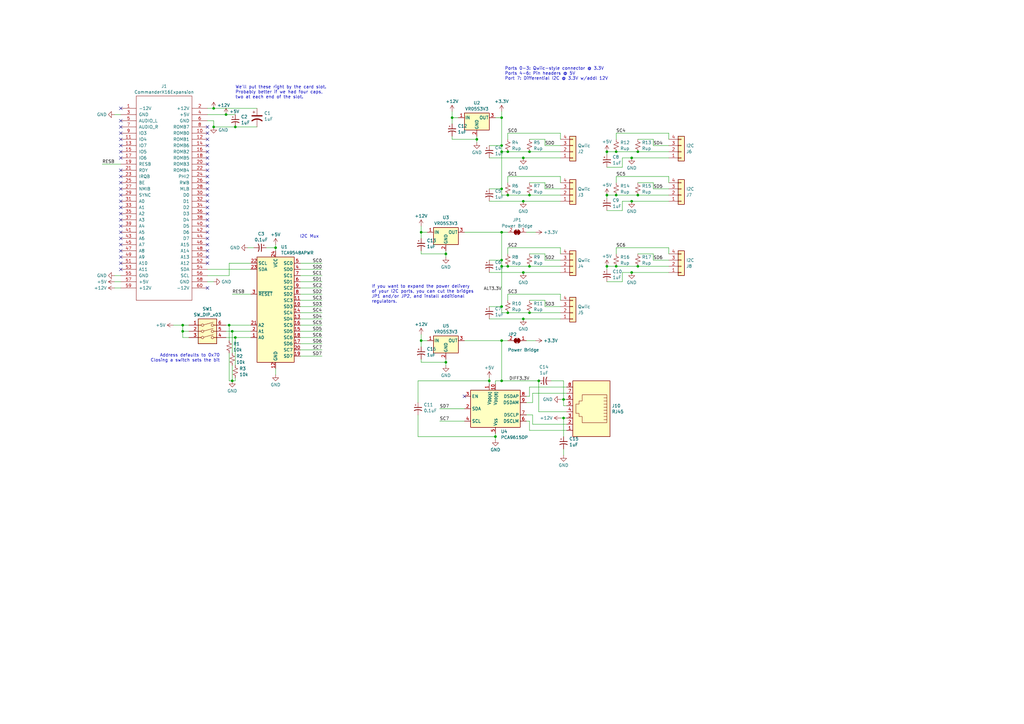
<source format=kicad_sch>
(kicad_sch (version 20230121) (generator eeschema)
  (paper "A3")
  (lib_symbols
    (symbol "CommanderX16Expansion:CommanderX16Expansion" (pin_names (offset 1.016))
      (property "Reference" "J" (at 0 -2.54 0))
      (property "Value" "CommanderX16Expansion" (at 0 2.54 0))
      (symbol "CommanderX16Expansion_1_1"
        (pin power_in line (at -17.78 36.83 0) (length 6.35) (name "-12V") (number "1"))
        (pin input line (at 17.78 26.67 180) (length 6.35) (name "ROMB0") (number "10"))
        (pin input line (at -17.78 24.13 0) (length 6.35) (name "IO4") (number "11"))
        (pin input line (at 17.78 24.13 180) (length 6.35) (name "ROMB1") (number "12"))
        (pin input line (at -17.78 21.59 0) (length 6.35) (name "IO7") (number "13"))
        (pin input line (at 17.78 21.59 180) (length 6.35) (name "ROMB6") (number "14"))
        (pin input line (at -17.78 19.05 0) (length 6.35) (name "IO5") (number "15"))
        (pin input line (at 17.78 19.05 180) (length 6.35) (name "ROMB2") (number "16"))
        (pin input line (at -17.78 16.51 0) (length 6.35) (name "IO6") (number "17"))
        (pin input line (at 17.78 16.51 180) (length 6.35) (name "ROMB5") (number "18"))
        (pin input line (at -17.78 13.97 0) (length 6.35) (name "RESB") (number "19"))
        (pin power_in line (at 17.78 36.83 180) (length 6.35) (name "+12V") (number "2"))
        (pin input line (at 17.78 13.97 180) (length 6.35) (name "ROMB3") (number "20"))
        (pin output line (at -17.78 11.43 0) (length 6.35) (name "RDY") (number "21"))
        (pin input line (at 17.78 11.43 180) (length 6.35) (name "ROMB4") (number "22"))
        (pin output line (at -17.78 8.89 0) (length 6.35) (name "IRQB") (number "23"))
        (pin input line (at 17.78 8.89 180) (length 6.35) (name "PHI2") (number "24"))
        (pin output line (at -17.78 6.35 0) (length 6.35) (name "BE") (number "25"))
        (pin input line (at 17.78 6.35 180) (length 6.35) (name "RWB") (number "26"))
        (pin output line (at -17.78 3.81 0) (length 6.35) (name "NMIB") (number "27"))
        (pin output line (at 17.78 3.81 180) (length 6.35) (name "MLB") (number "28"))
        (pin input line (at -17.78 1.27 0) (length 6.35) (name "SYNC") (number "29"))
        (pin power_in line (at -17.78 34.29 0) (length 6.35) (name "GND") (number "3"))
        (pin bidirectional line (at 17.78 1.27 180) (length 6.35) (name "D0") (number "30"))
        (pin input line (at -17.78 -1.27 0) (length 6.35) (name "A0") (number "31"))
        (pin bidirectional line (at 17.78 -1.27 180) (length 6.35) (name "D1") (number "32"))
        (pin input line (at -17.78 -3.81 0) (length 6.35) (name "A1") (number "33"))
        (pin bidirectional line (at 17.78 -3.81 180) (length 6.35) (name "D2") (number "34"))
        (pin input line (at -17.78 -6.35 0) (length 6.35) (name "A2") (number "35"))
        (pin bidirectional line (at 17.78 -6.35 180) (length 6.35) (name "D3") (number "36"))
        (pin input line (at -17.78 -8.89 0) (length 6.35) (name "A3") (number "37"))
        (pin bidirectional line (at 17.78 -8.89 180) (length 6.35) (name "D4") (number "38"))
        (pin input line (at -17.78 -11.43 0) (length 6.35) (name "A4") (number "39"))
        (pin power_in line (at 17.78 34.29 180) (length 6.35) (name "+5V") (number "4"))
        (pin bidirectional line (at 17.78 -11.43 180) (length 6.35) (name "D5") (number "40"))
        (pin input line (at -17.78 -13.97 0) (length 6.35) (name "A5") (number "41"))
        (pin bidirectional line (at 17.78 -13.97 180) (length 6.35) (name "D6") (number "42"))
        (pin input line (at -17.78 -16.51 0) (length 6.35) (name "A6") (number "43"))
        (pin bidirectional line (at 17.78 -16.51 180) (length 6.35) (name "D7") (number "44"))
        (pin input line (at -17.78 -19.05 0) (length 6.35) (name "A7") (number "45"))
        (pin input line (at 17.78 -19.05 180) (length 6.35) (name "A15") (number "46"))
        (pin input line (at -17.78 -21.59 0) (length 6.35) (name "A8") (number "47"))
        (pin input line (at 17.78 -21.59 180) (length 6.35) (name "A14") (number "48"))
        (pin input line (at -17.78 -24.13 0) (length 6.35) (name "A9") (number "49"))
        (pin bidirectional line (at -17.78 31.75 0) (length 6.35) (name "AUDIO_L") (number "5"))
        (pin input line (at 17.78 -24.13 180) (length 6.35) (name "A13") (number "50"))
        (pin input line (at -17.78 -26.67 0) (length 6.35) (name "A10") (number "51"))
        (pin input line (at 17.78 -26.67 180) (length 6.35) (name "A12") (number "52"))
        (pin input line (at -17.78 -29.21 0) (length 6.35) (name "A11") (number "53"))
        (pin bidirectional line (at 17.78 -29.21 180) (length 6.35) (name "SDA") (number "54"))
        (pin power_in line (at -17.78 -31.75 0) (length 6.35) (name "GND") (number "55"))
        (pin input line (at 17.78 -31.75 180) (length 6.35) (name "SCL") (number "56"))
        (pin power_in line (at -17.78 -34.29 0) (length 6.35) (name "+5V") (number "57"))
        (pin power_in line (at 17.78 -34.29 180) (length 6.35) (name "GND") (number "58"))
        (pin power_in line (at -17.78 -36.83 0) (length 6.35) (name "+12V") (number "59"))
        (pin power_in line (at 17.78 31.75 180) (length 6.35) (name "GND") (number "6"))
        (pin power_in line (at 17.78 -36.83 180) (length 6.35) (name "-12V") (number "60"))
        (pin bidirectional line (at -17.78 29.21 0) (length 6.35) (name "AUDIO_R") (number "7"))
        (pin input line (at 17.78 29.21 180) (length 6.35) (name "ROMB7") (number "8"))
        (pin input line (at -17.78 26.67 0) (length 6.35) (name "IO3") (number "9"))
      )
    )
    (symbol "Connector:RJ45" (pin_names (offset 1.016))
      (property "Reference" "J" (at -5.08 13.97 0))
      (property "Value" "RJ45" (at 2.54 13.97 0))
      (symbol "RJ45_1_1"
        (pin passive line (at 10.16 -7.62 180) (length 2.54) (name "~") (number "1"))
        (pin passive line (at 10.16 -5.08 180) (length 2.54) (name "~") (number "2"))
        (pin passive line (at 10.16 -2.54 180) (length 2.54) (name "~") (number "3"))
        (pin passive line (at 10.16 0 180) (length 2.54) (name "~") (number "4"))
        (pin passive line (at 10.16 2.54 180) (length 2.54) (name "~") (number "5"))
        (pin passive line (at 10.16 5.08 180) (length 2.54) (name "~") (number "6"))
        (pin passive line (at 10.16 7.62 180) (length 2.54) (name "~") (number "7"))
        (pin passive line (at 10.16 10.16 180) (length 2.54) (name "~") (number "8"))
      )
    )
    (symbol "Connector_Generic:Conn_01x04" (pin_names (offset 1.016) hide)
      (property "Reference" "J" (at 0 5.08 0))
      (property "Value" "Conn_01x04" (at 0 -7.62 0))
      (symbol "Conn_01x04_1_1"
        (pin passive line (at -5.08 2.54 0) (length 3.81) (name "Pin_1") (number "1"))
        (pin passive line (at -5.08 0 0) (length 3.81) (name "Pin_2") (number "2"))
        (pin passive line (at -5.08 -2.54 0) (length 3.81) (name "Pin_3") (number "3"))
        (pin passive line (at -5.08 -5.08 0) (length 3.81) (name "Pin_4") (number "4"))
      )
    )
    (symbol "Device:C_Polarized_Small_US" (pin_numbers hide) (pin_names (offset 0.254) hide)
      (property "Reference" "C" (at 0.254 1.778 0))
      (property "Value" "C_Polarized_Small_US" (at 0.254 -2.032 0))
      (symbol "C_Polarized_Small_US_1_1"
        (pin passive line (at 0 2.54 270) (length 2.032) (name "~") (number "1"))
        (pin passive line (at 0 -2.54 90) (length 2.032) (name "~") (number "2"))
      )
    )
    (symbol "Device:C_Polarized_US" (pin_numbers hide) (pin_names (offset 0.254) hide)
      (property "Reference" "C" (at 0.635 2.54 0))
      (property "Value" "C_Polarized_US" (at 0.635 -2.54 0))
      (symbol "C_Polarized_US_1_1"
        (pin passive line (at 0 3.81 270) (length 2.794) (name "~") (number "1"))
        (pin passive line (at 0 -3.81 90) (length 3.302) (name "~") (number "2"))
      )
    )
    (symbol "Device:R_Small_US" (pin_numbers hide) (pin_names (offset 0.254) hide)
      (property "Reference" "R" (at 0.762 0.508 0))
      (property "Value" "R_Small_US" (at 0.762 -1.016 0))
      (symbol "R_Small_US_1_1"
        (pin passive line (at 0 2.54 270) (length 1.016) (name "~") (number "1"))
        (pin passive line (at 0 -2.54 90) (length 1.016) (name "~") (number "2"))
      )
    )
    (symbol "Interface:PCA9615DP"
      (property "Reference" "U" (at -10.16 8.89 0))
      (property "Value" "PCA9615DP" (at 1.27 8.89 0))
      (symbol "PCA9615DP_1_1"
        (pin power_in line (at -2.54 10.16 270) (length 2.54) (name "V_{DD(A)}") (number "1"))
        (pin power_in line (at 0 10.16 270) (length 2.54) (name "V_{DD(B)}") (number "10"))
        (pin bidirectional line (at -12.7 0 0) (length 2.54) (name "SDA") (number "2"))
        (pin input line (at -12.7 5.08 0) (length 2.54) (name "EN") (number "3"))
        (pin bidirectional line (at -12.7 -5.08 0) (length 2.54) (name "SCL") (number "4"))
        (pin power_in line (at 0 -10.16 90) (length 2.54) (name "V_{SS}") (number "5"))
        (pin bidirectional line (at 12.7 -5.08 180) (length 2.54) (name "DSCLM") (number "6"))
        (pin bidirectional line (at 12.7 -2.54 180) (length 2.54) (name "DSCLP") (number "7"))
        (pin bidirectional line (at 12.7 5.08 180) (length 2.54) (name "DSDAP") (number "8"))
        (pin bidirectional line (at 12.7 2.54 180) (length 2.54) (name "DSDAM") (number "9"))
      )
    )
    (symbol "Interface_Expansion:TCA9548APWR"
      (property "Reference" "U" (at -7.62 21.59 0))
      (property "Value" "TCA9548APWR" (at 1.016 21.59 0))
      (symbol "TCA9548APWR_1_1"
        (pin input line (at -10.16 -12.7 0) (length 2.54) (name "A0") (number "1"))
        (pin bidirectional line (at 10.16 0 180) (length 2.54) (name "SD3") (number "10"))
        (pin output line (at 10.16 2.54 180) (length 2.54) (name "SC3") (number "11"))
        (pin power_in line (at 0 -25.4 90) (length 2.54) (name "GND") (number "12"))
        (pin bidirectional line (at 10.16 -5.08 180) (length 2.54) (name "SD4") (number "13"))
        (pin output line (at 10.16 -2.54 180) (length 2.54) (name "SC4") (number "14"))
        (pin bidirectional line (at 10.16 -10.16 180) (length 2.54) (name "SD5") (number "15"))
        (pin output line (at 10.16 -7.62 180) (length 2.54) (name "SC5") (number "16"))
        (pin bidirectional line (at 10.16 -15.24 180) (length 2.54) (name "SD6") (number "17"))
        (pin output line (at 10.16 -12.7 180) (length 2.54) (name "SC6") (number "18"))
        (pin bidirectional line (at 10.16 -20.32 180) (length 2.54) (name "SD7") (number "19"))
        (pin input line (at -10.16 -10.16 0) (length 2.54) (name "A1") (number "2"))
        (pin output line (at 10.16 -17.78 180) (length 2.54) (name "SC7") (number "20"))
        (pin input line (at -10.16 -7.62 0) (length 2.54) (name "A2") (number "21"))
        (pin input line (at -10.16 17.78 0) (length 2.54) (name "SCL") (number "22"))
        (pin bidirectional line (at -10.16 15.24 0) (length 2.54) (name "SDA") (number "23"))
        (pin power_in line (at 0 22.86 270) (length 2.54) (name "VCC") (number "24"))
        (pin input line (at -10.16 5.08 0) (length 2.54) (name "~{RESET}") (number "3"))
        (pin bidirectional line (at 10.16 15.24 180) (length 2.54) (name "SD0") (number "4"))
        (pin output line (at 10.16 17.78 180) (length 2.54) (name "SC0") (number "5"))
        (pin bidirectional line (at 10.16 10.16 180) (length 2.54) (name "SD1") (number "6"))
        (pin output line (at 10.16 12.7 180) (length 2.54) (name "SC1") (number "7"))
        (pin bidirectional line (at 10.16 5.08 180) (length 2.54) (name "SD2") (number "8"))
        (pin output line (at 10.16 7.62 180) (length 2.54) (name "SC2") (number "9"))
      )
    )
    (symbol "Jumper:SolderJumper_2_Bridged" (pin_names (offset 0) hide)
      (property "Reference" "JP" (at 0 2.032 0))
      (property "Value" "SolderJumper_2_Bridged" (at 0 -2.54 0))
      (symbol "SolderJumper_2_Bridged_1_1"
        (pin passive line (at -3.81 0 0) (length 2.54) (name "A") (number "1"))
        (pin passive line (at 3.81 0 180) (length 2.54) (name "B") (number "2"))
      )
    )
    (symbol "Regulator_Linear:L7805" (pin_names (offset 0.254))
      (property "Reference" "U" (at -3.81 3.175 0))
      (property "Value" "L7805" (at 0 3.175 0))
      (symbol "L7805_1_1"
        (pin power_in line (at -7.62 0 0) (length 2.54) (name "IN") (number "1"))
        (pin power_in line (at 0 -7.62 90) (length 2.54) (name "GND") (number "2"))
        (pin power_out line (at 7.62 0 180) (length 2.54) (name "OUT") (number "3"))
      )
    )
    (symbol "Switch:SW_DIP_x03" (pin_names (offset 0) hide)
      (property "Reference" "SW" (at 0 8.89 0))
      (property "Value" "SW_DIP_x03" (at 0 -3.81 0))
      (symbol "SW_DIP_x03_1_1"
        (pin passive line (at -7.62 5.08 0) (length 5.08) (name "~") (number "1"))
        (pin passive line (at -7.62 2.54 0) (length 5.08) (name "~") (number "2"))
        (pin passive line (at -7.62 0 0) (length 5.08) (name "~") (number "3"))
        (pin passive line (at 7.62 0 180) (length 5.08) (name "~") (number "4"))
        (pin passive line (at 7.62 2.54 180) (length 5.08) (name "~") (number "5"))
        (pin passive line (at 7.62 5.08 180) (length 5.08) (name "~") (number "6"))
      )
    )
    (symbol "power:+12V" (power) (pin_names (offset 0))
      (property "Value" "+12V" (at 0 3.556 0))
      (symbol "+12V_1_1"
        (pin power_in line (at 0 0 90) (length 0) hide (name "+12V") (number "1"))
      )
    )
    (symbol "power:+3.3V" (power) (pin_names (offset 0))
      (property "Value" "+3.3V" (at 0 3.556 0))
      (symbol "+3.3V_1_1"
        (pin power_in line (at 0 0 90) (length 0) hide (name "+3.3V") (number "1"))
      )
    )
    (symbol "power:+5V" (power) (pin_names (offset 0))
      (property "Value" "+5V" (at 0 3.556 0))
      (symbol "+5V_1_1"
        (pin power_in line (at 0 0 90) (length 0) hide (name "+5V") (number "1"))
      )
    )
    (symbol "power:GND" (power) (pin_names (offset 0))
      (property "Value" "GND" (at 0 -3.81 0))
      (symbol "GND_1_1"
        (pin power_in line (at 0 0 270) (length 0) hide (name "GND") (number "1"))
      )
    )
  )
  (junction (at 259.08 82.55))
  (junction (at 261.62 109.22))
  (junction (at 87.63 44.45))
  (junction (at 172.72 139.7))
  (junction (at 205.74 95.25))
  (junction (at 261.62 80.01))
  (junction (at 205.74 59.69))
  (junction (at 95.25 156.21))
  (junction (at 248.92 62.23))
  (junction (at 259.08 64.77))
  (junction (at 200.66 156.21))
  (junction (at 185.42 48.26))
  (junction (at 208.28 128.27))
  (junction (at 203.2 179.07))
  (junction (at 214.63 64.77))
  (junction (at 231.14 163.83))
  (junction (at 205.74 77.47))
  (junction (at 172.72 95.25))
  (junction (at 259.08 111.76))
  (junction (at 208.28 109.22))
  (junction (at 205.74 106.68))
  (junction (at 182.88 148.59))
  (junction (at 252.73 109.22))
  (junction (at 248.92 109.22))
  (junction (at 93.98 133.35))
  (junction (at 252.73 62.23))
  (junction (at 214.63 111.76))
  (junction (at 205.74 139.7))
  (junction (at 231.14 171.45))
  (junction (at 248.92 80.01))
  (junction (at 205.74 48.26))
  (junction (at 205.74 156.21))
  (junction (at 113.03 101.6))
  (junction (at 208.28 80.01))
  (junction (at 205.74 125.73))
  (junction (at 261.62 62.23))
  (junction (at 96.52 52.07))
  (junction (at 208.28 62.23))
  (junction (at 252.73 80.01))
  (junction (at 195.58 57.15))
  (junction (at 205.74 109.22))
  (junction (at 74.93 133.35))
  (junction (at 87.63 52.07))
  (junction (at 217.17 80.01))
  (junction (at 74.93 135.89))
  (junction (at 217.17 62.23))
  (junction (at 95.25 135.89))
  (junction (at 182.88 104.14))
  (junction (at 214.63 130.81))
  (junction (at 220.98 156.21))
  (junction (at 96.52 138.43))
  (junction (at 217.17 109.22))
  (junction (at 217.17 128.27))
  (junction (at 214.63 82.55))
  (junction (at 205.74 62.23))
  (junction (at 92.71 46.99))
  (no_connect (at 49.53 100.33))
  (no_connect (at 49.53 72.39))
  (no_connect (at 49.53 102.87))
  (no_connect (at 49.53 74.93))
  (no_connect (at 85.09 67.31))
  (no_connect (at 85.09 87.63))
  (no_connect (at 85.09 102.87))
  (no_connect (at 85.09 85.09))
  (no_connect (at 49.53 107.95))
  (no_connect (at 49.53 82.55))
  (no_connect (at 85.09 82.55))
  (no_connect (at 49.53 110.49))
  (no_connect (at 85.09 57.15))
  (no_connect (at 49.53 62.23))
  (no_connect (at 85.09 107.95))
  (no_connect (at 85.09 92.71))
  (no_connect (at 49.53 87.63))
  (no_connect (at 49.53 85.09))
  (no_connect (at 49.53 52.07))
  (no_connect (at 85.09 95.25))
  (no_connect (at 85.09 100.33))
  (no_connect (at 190.5 162.56))
  (no_connect (at 85.09 118.11))
  (no_connect (at 49.53 80.01))
  (no_connect (at 49.53 97.79))
  (no_connect (at 85.09 64.77))
  (no_connect (at 49.53 92.71))
  (no_connect (at 85.09 97.79))
  (no_connect (at 49.53 44.45))
  (no_connect (at 85.09 74.93))
  (no_connect (at 85.09 69.85))
  (no_connect (at 85.09 59.69))
  (no_connect (at 49.53 90.17))
  (no_connect (at 85.09 90.17))
  (no_connect (at 49.53 105.41))
  (no_connect (at 85.09 52.07))
  (no_connect (at 85.09 72.39))
  (no_connect (at 49.53 49.53))
  (no_connect (at 85.09 77.47))
  (no_connect (at 49.53 64.77))
  (no_connect (at 49.53 59.69))
  (no_connect (at 49.53 95.25))
  (no_connect (at 85.09 62.23))
  (no_connect (at 85.09 105.41))
  (no_connect (at 85.09 54.61))
  (no_connect (at 49.53 57.15))
  (no_connect (at 49.53 69.85))
  (no_connect (at 49.53 77.47))
  (no_connect (at 85.09 80.01))
  (no_connect (at 49.53 54.61))
  (wire (pts (xy 113.03 151.13) (xy 113.03 153.67)))
  (wire (pts (xy 123.19 113.03) (xy 132.08 113.03)))
  (wire (pts (xy 205.74 106.68) (xy 205.74 109.22)))
  (wire (pts (xy 217.17 109.22) (xy 229.87 109.22)))
  (wire (pts (xy 261.62 74.93) (xy 267.97 74.93)))
  (wire (pts (xy 96.52 156.21) (xy 95.25 156.21)))
  (wire (pts (xy 123.19 143.51) (xy 132.08 143.51)))
  (wire (pts (xy 95.25 149.86) (xy 95.25 156.21)))
  (wire (pts (xy 85.09 113.03) (xy 93.98 113.03)))
  (wire (pts (xy 205.74 128.27) (xy 208.28 128.27)))
  (wire (pts (xy 200.66 64.77) (xy 214.63 64.77)))
  (wire (pts (xy 274.32 72.39) (xy 274.32 74.93)))
  (wire (pts (xy 171.45 179.07) (xy 203.2 179.07)))
  (wire (pts (xy 93.98 133.35) (xy 102.87 133.35)))
  (wire (pts (xy 208.28 101.6) (xy 208.28 104.14)))
  (wire (pts (xy 200.66 59.69) (xy 205.74 59.69)))
  (wire (pts (xy 74.93 138.43) (xy 77.47 138.43)))
  (wire (pts (xy 259.08 82.55) (xy 274.32 82.55)))
  (wire (pts (xy 223.52 123.19) (xy 223.52 125.73)))
  (wire (pts (xy 231.14 156.21) (xy 226.06 156.21)))
  (wire (pts (xy 252.73 101.6) (xy 252.73 104.14)))
  (wire (pts (xy 261.62 109.22) (xy 274.32 109.22)))
  (wire (pts (xy 195.58 55.88) (xy 195.58 57.15)))
  (wire (pts (xy 223.52 57.15) (xy 223.52 59.69)))
  (wire (pts (xy 185.42 48.26) (xy 185.42 50.8)))
  (wire (pts (xy 74.93 133.35) (xy 74.93 135.89)))
  (wire (pts (xy 205.74 62.23) (xy 208.28 62.23)))
  (wire (pts (xy 200.66 106.68) (xy 205.74 106.68)))
  (wire (pts (xy 218.44 161.29) (xy 232.41 161.29)))
  (wire (pts (xy 214.63 82.55) (xy 229.87 82.55)))
  (wire (pts (xy 96.52 154.94) (xy 96.52 156.21)))
  (wire (pts (xy 87.63 52.07) (xy 96.52 52.07)))
  (wire (pts (xy 217.17 104.14) (xy 223.52 104.14)))
  (wire (pts (xy 205.74 139.7) (xy 208.28 139.7)))
  (wire (pts (xy 252.73 54.61) (xy 274.32 54.61)))
  (wire (pts (xy 267.97 104.14) (xy 267.97 106.68)))
  (wire (pts (xy 93.98 144.78) (xy 93.98 156.21)))
  (wire (pts (xy 49.53 118.11) (xy 46.99 118.11)))
  (wire (pts (xy 248.92 109.22) (xy 252.73 109.22)))
  (wire (pts (xy 214.63 64.77) (xy 229.87 64.77)))
  (wire (pts (xy 231.14 171.45) (xy 231.14 179.07)))
  (wire (pts (xy 248.92 62.23) (xy 252.73 62.23)))
  (wire (pts (xy 123.19 128.27) (xy 132.08 128.27)))
  (wire (pts (xy 123.19 135.89) (xy 132.08 135.89)))
  (wire (pts (xy 123.19 140.97) (xy 132.08 140.97)))
  (wire (pts (xy 248.92 80.01) (xy 252.73 80.01)))
  (wire (pts (xy 185.42 57.15) (xy 195.58 57.15)))
  (wire (pts (xy 85.09 46.99) (xy 92.71 46.99)))
  (wire (pts (xy 185.42 48.26) (xy 187.96 48.26)))
  (wire (pts (xy 200.66 77.47) (xy 205.74 77.47)))
  (wire (pts (xy 231.14 163.83) (xy 232.41 163.83)))
  (wire (pts (xy 205.74 48.26) (xy 205.74 45.72)))
  (wire (pts (xy 267.97 57.15) (xy 267.97 59.69)))
  (wire (pts (xy 190.5 139.7) (xy 205.74 139.7)))
  (wire (pts (xy 205.74 109.22) (xy 208.28 109.22)))
  (wire (pts (xy 217.17 74.93) (xy 223.52 74.93)))
  (wire (pts (xy 74.93 133.35) (xy 77.47 133.35)))
  (wire (pts (xy 200.66 82.55) (xy 214.63 82.55)))
  (wire (pts (xy 123.19 146.05) (xy 132.08 146.05)))
  (wire (pts (xy 223.52 74.93) (xy 223.52 77.47)))
  (wire (pts (xy 85.09 44.45) (xy 87.63 44.45)))
  (wire (pts (xy 180.34 172.72) (xy 190.5 172.72)))
  (wire (pts (xy 208.28 54.61) (xy 208.28 57.15)))
  (wire (pts (xy 217.17 158.75) (xy 232.41 158.75)))
  (wire (pts (xy 267.97 59.69) (xy 274.32 59.69)))
  (wire (pts (xy 200.66 154.94) (xy 200.66 156.21)))
  (wire (pts (xy 223.52 77.47) (xy 229.87 77.47)))
  (wire (pts (xy 229.87 54.61) (xy 229.87 57.15)))
  (wire (pts (xy 248.92 115.57) (xy 255.27 115.57)))
  (wire (pts (xy 208.28 80.01) (xy 217.17 80.01)))
  (wire (pts (xy 229.87 163.83) (xy 231.14 163.83)))
  (wire (pts (xy 255.27 64.77) (xy 259.08 64.77)))
  (wire (pts (xy 261.62 57.15) (xy 267.97 57.15)))
  (wire (pts (xy 74.93 135.89) (xy 74.93 138.43)))
  (wire (pts (xy 180.34 167.64) (xy 190.5 167.64)))
  (wire (pts (xy 261.62 80.01) (xy 274.32 80.01)))
  (wire (pts (xy 171.45 170.18) (xy 171.45 179.07)))
  (wire (pts (xy 205.74 59.69) (xy 205.74 62.23)))
  (wire (pts (xy 203.2 177.8) (xy 203.2 179.07)))
  (wire (pts (xy 214.63 111.76) (xy 229.87 111.76)))
  (wire (pts (xy 205.74 125.73) (xy 205.74 128.27)))
  (wire (pts (xy 215.9 162.56) (xy 217.17 162.56)))
  (wire (pts (xy 87.63 49.53) (xy 87.63 52.07)))
  (wire (pts (xy 267.97 77.47) (xy 274.32 77.47)))
  (wire (pts (xy 231.14 163.83) (xy 231.14 156.21)))
  (wire (pts (xy 217.17 176.53) (xy 232.41 176.53)))
  (wire (pts (xy 252.73 72.39) (xy 252.73 74.93)))
  (wire (pts (xy 231.14 184.15) (xy 231.14 186.69)))
  (wire (pts (xy 182.88 104.14) (xy 182.88 105.41)))
  (wire (pts (xy 123.19 120.65) (xy 132.08 120.65)))
  (wire (pts (xy 274.32 54.61) (xy 274.32 57.15)))
  (wire (pts (xy 102.87 107.95) (xy 93.98 107.95)))
  (wire (pts (xy 259.08 111.76) (xy 274.32 111.76)))
  (wire (pts (xy 101.6 101.6) (xy 104.14 101.6)))
  (wire (pts (xy 223.52 104.14) (xy 223.52 106.68)))
  (wire (pts (xy 205.74 48.26) (xy 205.74 59.69)))
  (wire (pts (xy 252.73 62.23) (xy 261.62 62.23)))
  (wire (pts (xy 218.44 173.99) (xy 232.41 173.99)))
  (wire (pts (xy 123.19 130.81) (xy 132.08 130.81)))
  (wire (pts (xy 205.74 95.25) (xy 208.28 95.25)))
  (wire (pts (xy 208.28 101.6) (xy 229.87 101.6)))
  (wire (pts (xy 123.19 115.57) (xy 132.08 115.57)))
  (wire (pts (xy 217.17 172.72) (xy 217.17 176.53)))
  (wire (pts (xy 172.72 102.87) (xy 172.72 104.14)))
  (wire (pts (xy 200.66 156.21) (xy 200.66 157.48)))
  (wire (pts (xy 172.72 92.71) (xy 172.72 95.25)))
  (wire (pts (xy 182.88 102.87) (xy 182.88 104.14)))
  (wire (pts (xy 92.71 138.43) (xy 96.52 138.43)))
  (wire (pts (xy 259.08 64.77) (xy 274.32 64.77)))
  (wire (pts (xy 205.74 109.22) (xy 205.74 125.73)))
  (wire (pts (xy 182.88 147.32) (xy 182.88 148.59)))
  (wire (pts (xy 113.03 101.6) (xy 113.03 102.87)))
  (wire (pts (xy 274.32 101.6) (xy 274.32 104.14)))
  (wire (pts (xy 171.45 156.21) (xy 171.45 165.1)))
  (wire (pts (xy 123.19 110.49) (xy 132.08 110.49)))
  (wire (pts (xy 218.44 170.18) (xy 218.44 173.99)))
  (wire (pts (xy 208.28 72.39) (xy 208.28 74.93)))
  (wire (pts (xy 215.9 172.72) (xy 217.17 172.72)))
  (wire (pts (xy 113.03 100.33) (xy 113.03 101.6)))
  (wire (pts (xy 231.14 163.83) (xy 231.14 166.37)))
  (wire (pts (xy 223.52 106.68) (xy 229.87 106.68)))
  (wire (pts (xy 96.52 138.43) (xy 102.87 138.43)))
  (wire (pts (xy 200.66 125.73) (xy 205.74 125.73)))
  (wire (pts (xy 123.19 107.95) (xy 132.08 107.95)))
  (wire (pts (xy 215.9 139.7) (xy 219.71 139.7)))
  (wire (pts (xy 223.52 125.73) (xy 229.87 125.73)))
  (wire (pts (xy 220.98 168.91) (xy 232.41 168.91)))
  (wire (pts (xy 205.74 62.23) (xy 205.74 77.47)))
  (wire (pts (xy 217.17 162.56) (xy 217.17 158.75)))
  (wire (pts (xy 248.92 80.01) (xy 248.92 81.28)))
  (wire (pts (xy 231.14 166.37) (xy 232.41 166.37)))
  (wire (pts (xy 205.74 106.68) (xy 205.74 95.25)))
  (wire (pts (xy 217.17 128.27) (xy 229.87 128.27)))
  (wire (pts (xy 123.19 138.43) (xy 132.08 138.43)))
  (wire (pts (xy 229.87 120.65) (xy 229.87 123.19)))
  (wire (pts (xy 252.73 109.22) (xy 261.62 109.22)))
  (wire (pts (xy 217.17 57.15) (xy 223.52 57.15)))
  (wire (pts (xy 261.62 62.23) (xy 274.32 62.23)))
  (wire (pts (xy 172.72 95.25) (xy 172.72 97.79)))
  (wire (pts (xy 95.25 135.89) (xy 95.25 144.78)))
  (wire (pts (xy 185.42 45.72) (xy 185.42 48.26)))
  (wire (pts (xy 95.25 135.89) (xy 102.87 135.89)))
  (wire (pts (xy 208.28 120.65) (xy 208.28 123.19)))
  (wire (pts (xy 208.28 54.61) (xy 229.87 54.61)))
  (wire (pts (xy 205.74 80.01) (xy 208.28 80.01)))
  (wire (pts (xy 93.98 133.35) (xy 93.98 139.7)))
  (wire (pts (xy 96.52 138.43) (xy 96.52 149.86)))
  (wire (pts (xy 46.99 46.99) (xy 49.53 46.99)))
  (wire (pts (xy 85.09 110.49) (xy 102.87 110.49)))
  (wire (pts (xy 95.25 120.65) (xy 102.87 120.65)))
  (wire (pts (xy 172.72 104.14) (xy 182.88 104.14)))
  (wire (pts (xy 92.71 135.89) (xy 95.25 135.89)))
  (wire (pts (xy 217.17 62.23) (xy 229.87 62.23)))
  (wire (pts (xy 208.28 72.39) (xy 229.87 72.39)))
  (wire (pts (xy 95.25 156.21) (xy 93.98 156.21)))
  (wire (pts (xy 85.09 49.53) (xy 87.63 49.53)))
  (wire (pts (xy 200.66 130.81) (xy 214.63 130.81)))
  (wire (pts (xy 208.28 109.22) (xy 217.17 109.22)))
  (wire (pts (xy 252.73 54.61) (xy 252.73 57.15)))
  (wire (pts (xy 172.72 137.16) (xy 172.72 139.7)))
  (wire (pts (xy 205.74 156.21) (xy 220.98 156.21)))
  (wire (pts (xy 267.97 106.68) (xy 274.32 106.68)))
  (wire (pts (xy 218.44 165.1) (xy 218.44 161.29)))
  (wire (pts (xy 255.27 86.36) (xy 255.27 82.55)))
  (wire (pts (xy 92.71 46.99) (xy 96.52 46.99)))
  (wire (pts (xy 71.12 133.35) (xy 74.93 133.35)))
  (wire (pts (xy 182.88 148.59) (xy 182.88 149.86)))
  (wire (pts (xy 229.87 171.45) (xy 231.14 171.45)))
  (wire (pts (xy 217.17 80.01) (xy 229.87 80.01)))
  (wire (pts (xy 74.93 135.89) (xy 77.47 135.89)))
  (wire (pts (xy 215.9 165.1) (xy 218.44 165.1)))
  (wire (pts (xy 255.27 68.58) (xy 255.27 64.77)))
  (wire (pts (xy 46.99 113.03) (xy 49.53 113.03)))
  (wire (pts (xy 96.52 52.07) (xy 105.41 52.07)))
  (wire (pts (xy 123.19 133.35) (xy 132.08 133.35)))
  (wire (pts (xy 172.72 148.59) (xy 182.88 148.59)))
  (wire (pts (xy 215.9 170.18) (xy 218.44 170.18)))
  (wire (pts (xy 205.74 139.7) (xy 205.74 156.21)))
  (wire (pts (xy 208.28 120.65) (xy 229.87 120.65)))
  (wire (pts (xy 200.66 111.76) (xy 214.63 111.76)))
  (wire (pts (xy 208.28 62.23) (xy 217.17 62.23)))
  (wire (pts (xy 255.27 115.57) (xy 255.27 111.76)))
  (wire (pts (xy 214.63 130.81) (xy 229.87 130.81)))
  (wire (pts (xy 229.87 72.39) (xy 229.87 74.93)))
  (wire (pts (xy 92.71 133.35) (xy 93.98 133.35)))
  (wire (pts (xy 123.19 125.73) (xy 132.08 125.73)))
  (wire (pts (xy 172.72 147.32) (xy 172.72 148.59)))
  (wire (pts (xy 203.2 179.07) (xy 203.2 180.34)))
  (wire (pts (xy 200.66 156.21) (xy 171.45 156.21)))
  (wire (pts (xy 172.72 139.7) (xy 172.72 142.24)))
  (wire (pts (xy 203.2 157.48) (xy 203.2 156.21)))
  (wire (pts (xy 248.92 86.36) (xy 255.27 86.36)))
  (wire (pts (xy 41.91 67.31) (xy 49.53 67.31)))
  (wire (pts (xy 217.17 123.19) (xy 223.52 123.19)))
  (wire (pts (xy 172.72 95.25) (xy 175.26 95.25)))
  (wire (pts (xy 267.97 74.93) (xy 267.97 77.47)))
  (wire (pts (xy 93.98 107.95) (xy 93.98 113.03)))
  (wire (pts (xy 223.52 59.69) (xy 229.87 59.69)))
  (wire (pts (xy 248.92 109.22) (xy 248.92 110.49)))
  (wire (pts (xy 109.22 101.6) (xy 113.03 101.6)))
  (wire (pts (xy 190.5 95.25) (xy 205.74 95.25)))
  (wire (pts (xy 123.19 118.11) (xy 132.08 118.11)))
  (wire (pts (xy 46.99 115.57) (xy 49.53 115.57)))
  (wire (pts (xy 229.87 101.6) (xy 229.87 104.14)))
  (wire (pts (xy 255.27 111.76) (xy 259.08 111.76)))
  (wire (pts (xy 195.58 57.15) (xy 195.58 58.42)))
  (wire (pts (xy 85.09 115.57) (xy 87.63 115.57)))
  (wire (pts (xy 255.27 82.55) (xy 259.08 82.55)))
  (wire (pts (xy 203.2 156.21) (xy 205.74 156.21)))
  (wire (pts (xy 248.92 68.58) (xy 255.27 68.58)))
  (wire (pts (xy 261.62 104.14) (xy 267.97 104.14)))
  (wire (pts (xy 248.92 62.23) (xy 248.92 63.5)))
  (wire (pts (xy 231.14 171.45) (xy 232.41 171.45)))
  (wire (pts (xy 252.73 72.39) (xy 274.32 72.39)))
  (wire (pts (xy 220.98 168.91) (xy 220.98 156.21)))
  (wire (pts (xy 205.74 77.47) (xy 205.74 80.01)))
  (wire (pts (xy 185.42 55.88) (xy 185.42 57.15)))
  (wire (pts (xy 123.19 123.19) (xy 132.08 123.19)))
  (wire (pts (xy 208.28 128.27) (xy 217.17 128.27)))
  (wire (pts (xy 252.73 101.6) (xy 274.32 101.6)))
  (wire (pts (xy 215.9 95.25) (xy 219.71 95.25)))
  (wire (pts (xy 252.73 80.01) (xy 261.62 80.01)))
  (wire (pts (xy 203.2 48.26) (xy 205.74 48.26)))
  (wire (pts (xy 172.72 139.7) (xy 175.26 139.7)))
  (wire (pts (xy 87.63 44.45) (xy 105.41 44.45)))
  (text "We'll put these right by the card slot.\nProbably better if we had four caps,\ntwo at each end of the slot." (at 96.52 40.64 0) (effects (font (size 1.27 1.27)) (justify left bottom)))
  (text "Ports 0-3: Qwiic-style connector @ 3.3V\nPorts 4-6: Pin headers @ 5V\nPort 7: Differential I2C @ 3.3V w/addl 12V" (at 207.01 33.02 0) (effects (font (size 1.27 1.27)) (justify left bottom)))
  (text "If you want to expand the power delivery\nof your I2C ports, you can cut the bridges\nJP1 and/or JP2, and install additional\nregulators." (at 152.4 124.46 0) (effects (font (size 1.27 1.27)) (justify left bottom)))
  (text "I2C Mux" (at 130.81 97.79 0) (effects (font (size 1.27 1.27)) (justify right bottom)))
  (text "Address defaults to 0x70\nClosing a switch sets the bit" (at 90.17 148.59 0) (effects (font (size 1.27 1.27)) (justify right bottom)))
  (label "SD5" (at 132.08 135.89 180))
  (label "SD4" (at 267.97 59.69 0))
  (label "SC0" (at 132.08 107.95 180))
  (label "SC5" (at 132.08 133.35 180))
  (label "SC2" (at 132.08 118.11 180))
  (label "SC3" (at 208.28 120.65 0))
  (label "SD2" (at 223.52 106.68 0))
  (label "RESB" (at 95.25 120.65 0))
  (label "SD3" (at 132.08 125.73 180))
  (label "SC7" (at 132.08 143.51 180))
  (label "SC2" (at 208.28 101.6 0))
  (label "SD1" (at 132.08 115.57 180))
  (label "SC3" (at 132.08 123.19 180))
  (label "SD1" (at 223.52 77.47 0))
  (label "SD5" (at 267.97 77.47 0))
  (label "SC0" (at 208.28 54.61 0))
  (label "SD7" (at 132.08 146.05 180))
  (label "SD6" (at 267.97 106.68 0))
  (label "SC4" (at 132.08 128.27 180))
  (label "ALT3.3V" (at 205.74 119.38 180))
  (label "SD6" (at 132.08 140.97 180))
  (label "SD4" (at 132.08 130.81 180))
  (label "SD3" (at 223.52 125.73 0))
  (label "RESB" (at 41.91 67.31 0))
  (label "SC6" (at 132.08 138.43 180))
  (label "SC6" (at 252.73 101.6 0))
  (label "SD7" (at 180.34 167.64 0))
  (label "SC7" (at 180.34 172.72 0))
  (label "SD2" (at 132.08 120.65 180))
  (label "SC5" (at 252.73 72.39 0))
  (label "DIFF3.3V" (at 217.17 156.21 180))
  (label "SD0" (at 132.08 110.49 180))
  (label "SC4" (at 252.73 54.61 0))
  (label "SC1" (at 208.28 72.39 0))
  (label "SC1" (at 132.08 113.03 180))
  (label "SD0" (at 223.52 59.69 0))
  (symbol (lib_id "Device:C_Polarized_Small_US") (at 223.52 156.21 90) (unit 1)
    (property "Reference" "C14" (at 223.0882 150.5163 90))
    (property "Value" "1uF" (at 223.0882 152.9405 90))
    (property "Footprint" "Capacitor_SMD:C_0805_2012Metric" (effects hide))
  )
  (symbol (lib_id "Device:C_Polarized_Small_US") (at 200.66 62.23 0) (unit 1)
    (property "Reference" "C4" (at 202.9714 60.5861 0) (effects (justify left)))
    (property "Value" "1uF" (at 202.9714 63.0103 0) (effects (justify left)))
    (property "Footprint" "Capacitor_SMD:C_0805_2012Metric" (effects hide))
  )
  (symbol (lib_id "Device:C_Polarized_Small_US") (at 200.66 128.27 0) (unit 1)
    (property "Reference" "C7" (at 202.9714 126.6261 0) (effects (justify left)))
    (property "Value" "1uF" (at 202.9714 129.0503 0) (effects (justify left)))
    (property "Footprint" "Capacitor_SMD:C_0805_2012Metric" (effects hide))
  )
  (symbol (lib_id "Device:R_Small_US") (at 208.28 125.73 0) (unit 1)
    (property "Reference" "R10" (at 209.931 124.5179 0) (effects (justify left)))
    (property "Value" "Rup" (at 209.931 126.9421 0) (effects (justify left)))
    (property "Footprint" "Resistor_SMD:R_0805_2012Metric" (effects hide))
  )
  (symbol (lib_id "power:GND") (at 259.08 111.76 0) (unit 1)
    (property "Reference" "#PWR027" (effects hide))
    (property "Value" "GND" (at 259.08 115.8931 0))
  )
  (symbol (lib_id "Device:R_Small_US") (at 208.28 59.69 0) (unit 1)
    (property "Reference" "R4" (at 209.931 58.4779 0) (effects (justify left)))
    (property "Value" "Rup" (at 209.931 60.9021 0) (effects (justify left)))
    (property "Footprint" "Resistor_SMD:R_0805_2012Metric" (effects hide))
  )
  (symbol (lib_id "power:+5V") (at 248.92 109.22 0) (unit 1)
    (property "Reference" "#PWR025" (effects hide))
    (property "Value" "+5V" (at 248.92 105.0869 0))
  )
  (symbol (lib_id "Device:C_Polarized_Small_US") (at 200.66 80.01 0) (unit 1)
    (property "Reference" "C5" (at 202.9714 78.3661 0) (effects (justify left)))
    (property "Value" "1uF" (at 202.9714 80.7903 0) (effects (justify left)))
    (property "Footprint" "Capacitor_SMD:C_0805_2012Metric" (effects hide))
  )
  (symbol (lib_id "power:GND") (at 214.63 111.76 0) (unit 1)
    (property "Reference" "#PWR015" (effects hide))
    (property "Value" "GND" (at 214.63 115.8931 0))
  )
  (symbol (lib_id "power:GND") (at 182.88 105.41 0) (unit 1)
    (property "Reference" "#PWR026" (effects hide))
    (property "Value" "GND" (at 182.88 109.5431 0))
  )
  (symbol (lib_id "Device:C_Polarized_Small_US") (at 106.68 101.6 270) (unit 1)
    (property "Reference" "C3" (at 107.1118 95.9063 90))
    (property "Value" "0.1uF" (at 107.1118 98.3305 90))
    (property "Footprint" "Capacitor_SMD:C_0805_2012Metric" (effects hide))
  )
  (symbol (lib_id "power:+12V") (at 172.72 137.16 0) (unit 1)
    (property "Reference" "#PWR032" (effects hide))
    (property "Value" "+12V" (at 172.72 133.0269 0))
  )
  (symbol (lib_id "Switch:SW_DIP_x03") (at 85.09 138.43 0) (unit 1)
    (property "Reference" "SW1" (at 85.09 126.6657 0))
    (property "Value" "SW_DIP_x03" (at 85.09 129.0899 0))
    (property "Footprint" "Package_DIP:DIP-6_W7.62mm" (effects hide))
  )
  (symbol (lib_id "power:GND") (at 101.6 101.6 270) (unit 1)
    (property "Reference" "#PWR030" (effects hide))
    (property "Value" "GND" (at 98.4251 101.6 90) (effects (justify right)))
  )
  (symbol (lib_id "Device:R_Small_US") (at 252.73 106.68 0) (unit 1)
    (property "Reference" "R16" (at 254.381 105.4679 0) (effects (justify left)))
    (property "Value" "Rup" (at 254.381 107.8921 0) (effects (justify left)))
    (property "Footprint" "Resistor_SMD:R_0805_2012Metric" (effects hide))
  )
  (symbol (lib_id "power:GND") (at 95.25 156.21 0) (unit 1)
    (property "Reference" "#PWR010" (effects hide))
    (property "Value" "GND" (at 95.25 160.3431 0))
  )
  (symbol (lib_id "power:+12V") (at 172.72 92.71 0) (unit 1)
    (property "Reference" "#PWR024" (effects hide))
    (property "Value" "+12V" (at 172.72 88.5769 0))
  )
  (symbol (lib_id "power:GND") (at 87.63 52.07 0) (unit 1)
    (property "Reference" "#PWR04" (effects hide))
    (property "Value" "GND" (at 89.535 53.34 0) (effects (justify left)))
  )
  (symbol (lib_id "Jumper:SolderJumper_2_Bridged") (at 212.09 95.25 180) (unit 1)
    (property "Reference" "JP1" (at 212.09 90.2167 0))
    (property "Value" "Power Bridge" (at 212.09 92.6409 0))
    (property "Footprint" "Jumper:SolderJumper-2_P1.3mm_Bridged_RoundedPad1.0x1.5mm" (effects hide))
  )
  (symbol (lib_id "power:+12V") (at 229.87 171.45 90) (unit 1)
    (property "Reference" "#PWR033" (effects hide))
    (property "Value" "+12V" (at 226.695 171.45 90) (effects (justify left)))
  )
  (symbol (lib_id "Interface_Expansion:TCA9548APWR") (at 113.03 125.73 0) (unit 1)
    (property "Reference" "U1" (at 115.2241 101.2657 0) (effects (justify left)))
    (property "Value" "TCA9548APWR" (at 115.2241 103.6899 0) (effects (justify left)))
    (property "Footprint" "Package_SO:TSSOP-24_4.4x7.8mm_P0.65mm" (effects hide))
    (property "Datasheet" "http://www.ti.com/lit/ds/symlink/tca9548a.pdf" (effects hide))
  )
  (symbol (lib_id "power:GND") (at 182.88 149.86 0) (unit 1)
    (property "Reference" "#PWR035" (effects hide))
    (property "Value" "GND" (at 182.88 153.9931 0))
  )
  (symbol (lib_id "Device:C_Polarized_Small_US") (at 248.92 113.03 0) (unit 1)
    (property "Reference" "C10" (at 251.2314 111.3861 0) (effects (justify left)))
    (property "Value" "1uF" (at 251.2314 113.8103 0) (effects (justify left)))
    (property "Footprint" "Capacitor_SMD:C_0805_2012Metric" (effects hide))
  )
  (symbol (lib_id "Device:C_Polarized_Small_US") (at 248.92 83.82 0) (unit 1)
    (property "Reference" "C9" (at 251.2314 82.1761 0) (effects (justify left)))
    (property "Value" "1uF" (at 251.2314 84.6003 0) (effects (justify left)))
    (property "Footprint" "Capacitor_SMD:C_0805_2012Metric" (effects hide))
  )
  (symbol (lib_id "Regulator_Linear:L7805") (at 195.58 48.26 0) (unit 1)
    (property "Reference" "U2" (at 195.58 42.2107 0))
    (property "Value" "VR05S3V3" (at 195.58 44.6349 0))
    (property "Footprint" "Package_TO_SOT_THT:TO-220-3_Vertical" (effects hide))
    (property "Datasheet" "http://www.st.com/content/ccc/resource/technical/document/datasheet/41/4f/b3/b0/12/d4/47/88/CD00000444.pdf/files/CD00000444.pdf/jcr:content/translations/en.CD00000444.pdf" (effects hide))
  )
  (symbol (lib_id "Device:C_Polarized_Small_US") (at 248.92 66.04 0) (unit 1)
    (property "Reference" "C8" (at 251.2314 64.3961 0) (effects (justify left)))
    (property "Value" "1uF" (at 251.2314 66.8203 0) (effects (justify left)))
    (property "Footprint" "Capacitor_SMD:C_0805_2012Metric" (effects hide))
  )
  (symbol (lib_id "Regulator_Linear:L7805") (at 182.88 95.25 0) (unit 1)
    (property "Reference" "U3" (at 182.88 89.2007 0))
    (property "Value" "VR05S3V3" (at 182.88 91.6249 0))
    (property "Footprint" "Package_TO_SOT_THT:TO-220-3_Vertical" (effects hide))
    (property "Datasheet" "http://www.st.com/content/ccc/resource/technical/document/datasheet/41/4f/b3/b0/12/d4/47/88/CD00000444.pdf/files/CD00000444.pdf/jcr:content/translations/en.CD00000444.pdf" (effects hide))
  )
  (symbol (lib_id "power:+3.3V") (at 219.71 95.25 270) (unit 1)
    (property "Reference" "#PWR036" (effects hide))
    (property "Value" "+3.3V" (at 222.885 95.25 90) (effects (justify left)))
  )
  (symbol (lib_id "Device:R_Small_US") (at 252.73 77.47 0) (unit 1)
    (property "Reference" "R14" (at 254.381 76.2579 0) (effects (justify left)))
    (property "Value" "Rup" (at 254.381 78.6821 0) (effects (justify left)))
    (property "Footprint" "Resistor_SMD:R_0805_2012Metric" (effects hide))
  )
  (symbol (lib_id "power:GND") (at 46.99 113.03 270) (unit 1)
    (property "Reference" "#PWR01" (effects hide))
    (property "Value" "GND" (at 43.8151 113.03 90) (effects (justify right)))
  )
  (symbol (lib_id "CommanderX16Expansion:CommanderX16Expansion") (at 67.31 81.28 0) (unit 1)
    (property "Reference" "J1" (at 67.31 35.3527 0))
    (property "Value" "CommanderX16Expansion" (at 67.31 37.7769 0))
    (property "Footprint" "CommanderX16Expansion:CommanderX16Expansion" (effects hide))
    (property "Datasheet" "DOCUMENTATION" (effects hide))
  )
  (symbol (lib_id "Device:C_Polarized_Small_US") (at 200.66 109.22 0) (unit 1)
    (property "Reference" "C6" (at 202.9714 107.5761 0) (effects (justify left)))
    (property "Value" "1uF" (at 202.9714 110.0003 0) (effects (justify left)))
    (property "Footprint" "Capacitor_SMD:C_0805_2012Metric" (effects hide))
  )
  (symbol (lib_id "power:+3.3V") (at 205.74 45.72 0) (unit 1)
    (property "Reference" "#PWR023" (effects hide))
    (property "Value" "+3.3V" (at 205.74 41.5869 0))
  )
  (symbol (lib_id "Device:C_Polarized_Small_US") (at 172.72 144.78 0) (unit 1)
    (property "Reference" "C16" (at 175.0314 143.1361 0) (effects (justify left)))
    (property "Value" "1uF" (at 175.0314 145.5603 0) (effects (justify left)))
    (property "Footprint" "Capacitor_SMD:C_0805_2012Metric" (effects hide))
  )
  (symbol (lib_id "power:GND") (at 259.08 82.55 0) (unit 1)
    (property "Reference" "#PWR020" (effects hide))
    (property "Value" "GND" (at 259.08 86.6831 0))
  )
  (symbol (lib_id "power:GND") (at 259.08 64.77 0) (unit 1)
    (property "Reference" "#PWR017" (effects hide))
    (property "Value" "GND" (at 259.08 68.9031 0))
  )
  (symbol (lib_id "Connector_Generic:Conn_01x04") (at 234.95 128.27 0) (mirror x) (unit 1)
    (property "Reference" "J5" (at 236.982 128.2121 0) (effects (justify left)))
    (property "Value" "Qwiic" (at 236.982 125.7879 0) (effects (justify left)))
    (property "Footprint" "Connector_JST:JST_SH_SM04B-SRSS-TB_1x04-1MP_P1.00mm_Horizontal" (effects hide))
  )
  (symbol (lib_id "Device:R_Small_US") (at 217.17 125.73 0) (unit 1)
    (property "Reference" "R11" (at 218.821 124.5179 0) (effects (justify left)))
    (property "Value" "Rup" (at 218.821 126.9421 0) (effects (justify left)))
    (property "Footprint" "Resistor_SMD:R_0805_2012Metric" (effects hide))
  )
  (symbol (lib_id "Device:R_Small_US") (at 93.98 142.24 180) (unit 1)
    (property "Reference" "R1" (at 95.631 141.0279 0) (effects (justify right)))
    (property "Value" "10k" (at 95.631 143.4521 0) (effects (justify right)))
    (property "Footprint" "Resistor_SMD:R_0805_2012Metric" (effects hide))
  )
  (symbol (lib_id "power:+5V") (at 113.03 100.33 0) (unit 1)
    (property "Reference" "#PWR012" (effects hide))
    (property "Value" "+5V" (at 113.03 96.1969 0))
  )
  (symbol (lib_id "Connector_Generic:Conn_01x04") (at 234.95 80.01 0) (mirror x) (unit 1)
    (property "Reference" "J3" (at 236.982 79.9521 0) (effects (justify left)))
    (property "Value" "Qwiic" (at 236.982 77.5279 0) (effects (justify left)))
    (property "Footprint" "Connector_JST:JST_SH_SM04B-SRSS-TB_1x04-1MP_P1.00mm_Horizontal" (effects hide))
  )
  (symbol (lib_id "Connector:RJ45") (at 242.57 168.91 0) (mirror y) (unit 1)
    (property "Reference" "J10" (at 250.952 166.4279 0) (effects (justify right)))
    (property "Value" "RJ45" (at 250.952 168.8521 0) (effects (justify right)))
    (property "Footprint" "footprints:RJ45_8" (effects hide))
  )
  (symbol (lib_id "power:GND") (at 195.58 58.42 0) (unit 1)
    (property "Reference" "#PWR022" (effects hide))
    (property "Value" "GND" (at 195.58 62.5531 0))
  )
  (symbol (lib_id "Device:R_Small_US") (at 261.62 106.68 0) (unit 1)
    (property "Reference" "R17" (at 263.271 105.4679 0) (effects (justify left)))
    (property "Value" "Rup" (at 263.271 107.8921 0) (effects (justify left)))
    (property "Footprint" "Resistor_SMD:R_0805_2012Metric" (effects hide))
  )
  (symbol (lib_id "Device:C_Polarized_Small_US") (at 185.42 53.34 0) (unit 1)
    (property "Reference" "C12" (at 187.7314 51.6961 0) (effects (justify left)))
    (property "Value" "1uF" (at 187.7314 54.1203 0) (effects (justify left)))
    (property "Footprint" "Capacitor_SMD:C_0805_2012Metric" (effects hide))
  )
  (symbol (lib_id "Connector_Generic:Conn_01x04") (at 279.4 109.22 0) (mirror x) (unit 1)
    (property "Reference" "J8" (at 281.432 109.1621 0) (effects (justify left)))
    (property "Value" "I2C" (at 281.432 106.7379 0) (effects (justify left)))
    (property "Footprint" "Connector_PinHeader_2.54mm:PinHeader_1x04_P2.54mm_Vertical" (effects hide))
  )
  (symbol (lib_id "Device:R_Small_US") (at 96.52 152.4 180) (unit 1)
    (property "Reference" "R3" (at 98.171 151.1879 0) (effects (justify right)))
    (property "Value" "10k" (at 98.171 153.6121 0) (effects (justify right)))
    (property "Footprint" "Resistor_SMD:R_0805_2012Metric" (effects hide))
  )
  (symbol (lib_id "Interface:PCA9615DP") (at 203.2 167.64 0) (unit 1)
    (property "Reference" "U4" (at 205.3941 176.9801 0) (effects (justify left)))
    (property "Value" "PCA9615DP" (at 205.3941 179.4043 0) (effects (justify left)))
    (property "Footprint" "Package_SO:TSSOP-10_3x3mm_P0.5mm" (effects hide))
    (property "Datasheet" "https://www.nxp.com/docs/en/data-sheet/PCA9615.pdf" (effects hide))
  )
  (symbol (lib_id "Device:C_Polarized_Small_US") (at 231.14 181.61 0) (unit 1)
    (property "Reference" "C15" (at 233.4514 179.9661 0) (effects (justify left)))
    (property "Value" "1uF" (at 233.4514 182.3903 0) (effects (justify left)))
    (property "Footprint" "Capacitor_SMD:C_0805_2012Metric" (effects hide))
  )
  (symbol (lib_id "power:GND") (at 113.03 153.67 0) (unit 1)
    (property "Reference" "#PWR011" (effects hide))
    (property "Value" "GND" (at 113.03 157.8031 0))
  )
  (symbol (lib_id "power:GND") (at 229.87 163.83 270) (unit 1)
    (property "Reference" "#PWR031" (effects hide))
    (property "Value" "GND" (at 226.6951 163.83 90) (effects (justify right)))
  )
  (symbol (lib_id "Connector_Generic:Conn_01x04") (at 279.4 62.23 0) (mirror x) (unit 1)
    (property "Reference" "J6" (at 281.432 62.1721 0) (effects (justify left)))
    (property "Value" "I2C" (at 281.432 59.7479 0) (effects (justify left)))
    (property "Footprint" "Connector_PinHeader_2.54mm:PinHeader_1x04_P2.54mm_Vertical" (effects hide))
  )
  (symbol (lib_id "power:GND") (at 214.63 82.55 0) (unit 1)
    (property "Reference" "#PWR014" (effects hide))
    (property "Value" "GND" (at 214.63 86.6831 0))
  )
  (symbol (lib_id "Device:R_Small_US") (at 208.28 77.47 0) (unit 1)
    (property "Reference" "R6" (at 209.931 76.2579 0) (effects (justify left)))
    (property "Value" "Rup" (at 209.931 78.6821 0) (effects (justify left)))
    (property "Footprint" "Resistor_SMD:R_0805_2012Metric" (effects hide))
  )
  (symbol (lib_id "Connector_Generic:Conn_01x04") (at 279.4 80.01 0) (mirror x) (unit 1)
    (property "Reference" "J7" (at 281.432 79.9521 0) (effects (justify left)))
    (property "Value" "I2C" (at 281.432 77.5279 0) (effects (justify left)))
    (property "Footprint" "Connector_PinHeader_2.54mm:PinHeader_1x04_P2.54mm_Vertical" (effects hide))
  )
  (symbol (lib_id "Device:R_Small_US") (at 217.17 106.68 0) (unit 1)
    (property "Reference" "R9" (at 218.821 105.4679 0) (effects (justify left)))
    (property "Value" "Rup" (at 218.821 107.8921 0) (effects (justify left)))
    (property "Footprint" "Resistor_SMD:R_0805_2012Metric" (effects hide))
  )
  (symbol (lib_id "power:+3.3V") (at 219.71 139.7 270) (unit 1)
    (property "Reference" "#PWR037" (effects hide))
    (property "Value" "+3.3V" (at 222.885 139.7 90) (effects (justify left)))
  )
  (symbol (lib_id "power:+5V") (at 248.92 80.01 0) (unit 1)
    (property "Reference" "#PWR019" (effects hide))
    (property "Value" "+5V" (at 248.92 75.8769 0))
  )
  (symbol (lib_id "power:+12V") (at 46.99 118.11 90) (unit 1)
    (property "Reference" "#PWR06" (effects hide))
    (property "Value" "+12V" (at 43.815 118.11 90) (effects (justify left)))
  )
  (symbol (lib_id "power:GND") (at 214.63 64.77 0) (unit 1)
    (property "Reference" "#PWR013" (effects hide))
    (property "Value" "GND" (at 214.63 68.9031 0))
  )
  (symbol (lib_id "power:+5V") (at 248.92 62.23 0) (unit 1)
    (property "Reference" "#PWR018" (effects hide))
    (property "Value" "+5V" (at 248.92 58.0969 0))
  )
  (symbol (lib_id "power:GND") (at 214.63 130.81 0) (unit 1)
    (property "Reference" "#PWR016" (effects hide))
    (property "Value" "GND" (at 214.63 134.9431 0))
  )
  (symbol (lib_id "power:+5V") (at 92.71 46.99 0) (unit 1)
    (property "Reference" "#PWR08" (effects hide))
    (property "Value" "+5V" (at 94.107 45.72 0) (effects (justify left)))
  )
  (symbol (lib_id "Device:C_Polarized_US") (at 105.41 48.26 0) (unit 1)
    (property "Reference" "C1" (at 108.331 46.4129 0) (effects (justify left)))
    (property "Value" "1uF" (at 108.331 48.8371 0) (effects (justify left)))
    (property "Footprint" "Capacitor_SMD:C_0805_2012Metric" (effects hide))
  )
  (symbol (lib_id "power:+5V") (at 200.66 154.94 0) (unit 1)
    (property "Reference" "#PWR028" (effects hide))
    (property "Value" "+5V" (at 200.66 150.8069 0))
  )
  (symbol (lib_id "Device:C_Polarized_Small_US") (at 172.72 100.33 0) (unit 1)
    (property "Reference" "C13" (at 175.0314 98.6861 0) (effects (justify left)))
    (property "Value" "1uF" (at 175.0314 101.1103 0) (effects (justify left)))
    (property "Footprint" "Capacitor_SMD:C_0805_2012Metric" (effects hide))
  )
  (symbol (lib_id "Jumper:SolderJumper_2_Bridged") (at 212.09 139.7 180) (unit 1)
    (property "Reference" "JP2" (at 208.28 137.16 0) (effects (justify right)))
    (property "Value" "Power Bridge" (at 208.28 143.51 0) (effects (justify right)))
    (property "Footprint" "Jumper:SolderJumper-2_P1.3mm_Bridged_RoundedPad1.0x1.5mm" (effects hide))
  )
  (symbol (lib_id "Connector_Generic:Conn_01x04") (at 234.95 62.23 0) (mirror x) (unit 1)
    (property "Reference" "J2" (at 236.982 62.1721 0) (effects (justify left)))
    (property "Value" "Qwiic" (at 236.982 59.7479 0) (effects (justify left)))
    (property "Footprint" "Connector_JST:JST_SH_SM04B-SRSS-TB_1x04-1MP_P1.00mm_Horizontal" (effects hide))
  )
  (symbol (lib_id "Regulator_Linear:L7805") (at 182.88 139.7 0) (unit 1)
    (property "Reference" "U5" (at 182.88 133.6507 0))
    (property "Value" "VR05S3V3" (at 182.88 136.0749 0))
    (property "Footprint" "Package_TO_SOT_THT:TO-220-3_Vertical" (effects hide))
    (property "Datasheet" "http://www.st.com/content/ccc/resource/technical/document/datasheet/41/4f/b3/b0/12/d4/47/88/CD00000444.pdf/files/CD00000444.pdf/jcr:content/translations/en.CD00000444.pdf" (effects hide))
  )
  (symbol (lib_id "Device:R_Small_US") (at 252.73 59.69 0) (unit 1)
    (property "Reference" "R12" (at 254.381 58.4779 0) (effects (justify left)))
    (property "Value" "Rup" (at 254.381 60.9021 0) (effects (justify left)))
    (property "Footprint" "Resistor_SMD:R_0805_2012Metric" (effects hide))
  )
  (symbol (lib_id "power:GND") (at 46.99 46.99 270) (unit 1)
    (property "Reference" "#PWR02" (effects hide))
    (property "Value" "GND" (at 43.8151 46.99 90) (effects (justify right)))
  )
  (symbol (lib_id "Device:R_Small_US") (at 95.25 147.32 180) (unit 1)
    (property "Reference" "R2" (at 96.901 146.1079 0) (effects (justify right)))
    (property "Value" "10k" (at 96.901 148.5321 0) (effects (justify right)))
    (property "Footprint" "Resistor_SMD:R_0805_2012Metric" (effects hide))
  )
  (symbol (lib_id "Device:R_Small_US") (at 261.62 77.47 0) (unit 1)
    (property "Reference" "R15" (at 263.271 76.2579 0) (effects (justify left)))
    (property "Value" "Rup" (at 263.271 78.6821 0) (effects (justify left)))
    (property "Footprint" "Resistor_SMD:R_0805_2012Metric" (effects hide))
  )
  (symbol (lib_id "power:+12V") (at 87.63 44.45 0) (unit 1)
    (property "Reference" "#PWR05" (effects hide))
    (property "Value" "+12V" (at 89.027 43.18 0) (effects (justify left)))
  )
  (symbol (lib_id "Connector_Generic:Conn_01x04") (at 234.95 109.22 0) (mirror x) (unit 1)
    (property "Reference" "J4" (at 236.982 109.1621 0) (effects (justify left)))
    (property "Value" "Qwiic" (at 236.982 106.7379 0) (effects (justify left)))
    (property "Footprint" "Connector_JST:JST_SH_SM04B-SRSS-TB_1x04-1MP_P1.00mm_Horizontal" (effects hide))
  )
  (symbol (lib_id "Device:C_Polarized_Small_US") (at 96.52 49.53 0) (unit 1)
    (property "Reference" "C2" (at 98.8314 47.8861 0) (effects (justify left)))
    (property "Value" "1uF" (at 98.8314 50.3103 0) (effects (justify left)))
    (property "Footprint" "Capacitor_SMD:C_0805_2012Metric" (effects hide))
  )
  (symbol (lib_id "Device:R_Small_US") (at 208.28 106.68 0) (unit 1)
    (property "Reference" "R8" (at 209.931 105.4679 0) (effects (justify left)))
    (property "Value" "Rup" (at 209.931 107.8921 0) (effects (justify left)))
    (property "Footprint" "Resistor_SMD:R_0805_2012Metric" (effects hide))
  )
  (symbol (lib_id "power:GND") (at 87.63 115.57 90) (unit 1)
    (property "Reference" "#PWR03" (effects hide))
    (property "Value" "GND" (at 90.805 115.57 90) (effects (justify right)))
  )
  (symbol (lib_id "power:GND") (at 203.2 180.34 0) (unit 1)
    (property "Reference" "#PWR034" (effects hide))
    (property "Value" "GND" (at 203.2 184.4731 0))
  )
  (symbol (lib_id "Device:C_Polarized_Small_US") (at 171.45 167.64 0) (unit 1)
    (property "Reference" "C11" (at 173.7614 165.9961 0) (effects (justify left)))
    (property "Value" "0.1uF" (at 173.7614 168.4203 0) (effects (justify left)))
    (property "Footprint" "Capacitor_SMD:C_0805_2012Metric" (effects hide))
  )
  (symbol (lib_id "Device:R_Small_US") (at 261.62 59.69 0) (unit 1)
    (property "Reference" "R13" (at 263.271 58.4779 0) (effects (justify left)))
    (property "Value" "Rup" (at 263.271 60.9021 0) (effects (justify left)))
    (property "Footprint" "Resistor_SMD:R_0805_2012Metric" (effects hide))
  )
  (symbol (lib_id "power:+5V") (at 71.12 133.35 90) (unit 1)
    (property "Reference" "#PWR09" (effects hide))
    (property "Value" "+5V" (at 67.9451 133.35 90) (effects (justify left)))
  )
  (symbol (lib_id "Device:R_Small_US") (at 217.17 59.69 0) (unit 1)
    (property "Reference" "R5" (at 218.821 58.4779 0) (effects (justify left)))
    (property "Value" "Rup" (at 218.821 60.9021 0) (effects (justify left)))
    (property "Footprint" "Resistor_SMD:R_0805_2012Metric" (effects hide))
  )
  (symbol (lib_id "power:+5V") (at 46.99 115.57 90) (unit 1)
    (property "Reference" "#PWR07" (effects hide))
    (property "Value" "+5V" (at 43.8151 115.57 90) (effects (justify left)))
  )
  (symbol (lib_id "Device:R_Small_US") (at 217.17 77.47 0) (unit 1)
    (property "Reference" "R7" (at 218.821 76.2579 0) (effects (justify left)))
    (property "Value" "Rup" (at 218.821 78.6821 0) (effects (justify left)))
    (property "Footprint" "Resistor_SMD:R_0805_2012Metric" (effects hide))
  )
  (symbol (lib_id "power:GND") (at 231.14 186.69 0) (unit 1)
    (property "Reference" "#PWR029" (effects hide))
    (property "Value" "GND" (at 231.14 190.8231 0))
  )
  (symbol (lib_id "power:+12V") (at 185.42 45.72 0) (unit 1)
    (property "Reference" "#PWR021" (effects hide))
    (property "Value" "+12V" (at 185.42 41.5869 0))
  )
)
</source>
